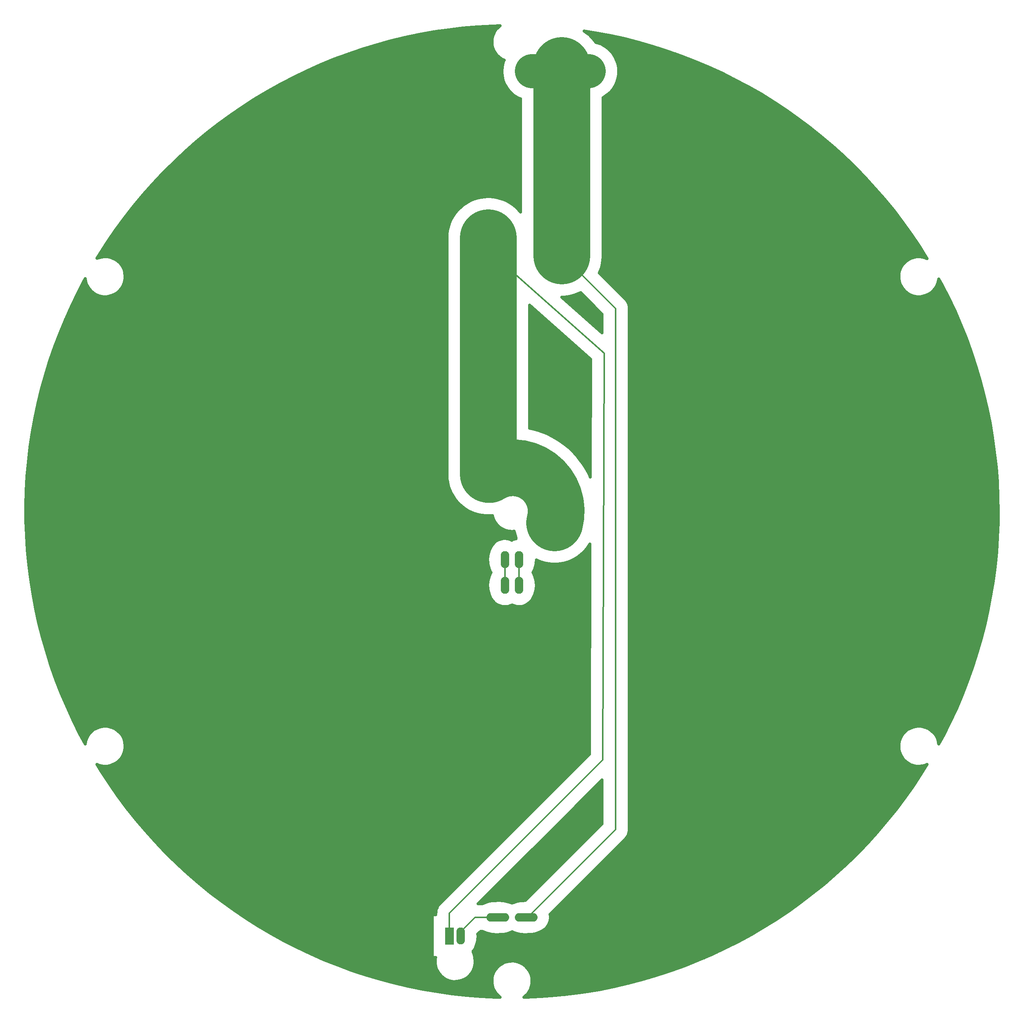
<source format=gbr>
G04 DipTrace 2.3.0.1*
%IN58744_REV1_Bottom.gbr*%
%MOIN*%
%ADD13C,0.013*%
%ADD14C,0.3*%
%ADD15C,0.5*%
%ADD16C,0.025*%
%ADD21O,0.2X0.075*%
%ADD22O,0.075X0.15*%
%ADD24C,0.06*%
%FSLAX44Y44*%
G04*
G70*
G90*
G75*
G01*
%LNBottom*%
%LPD*%
X47869Y42997D2*
D13*
Y40872D1*
X48994Y85997D2*
D14*
X53994D1*
X44369Y72872D2*
D13*
X43619D1*
X45154Y71337D1*
D15*
Y50497D1*
D13*
X45557Y69890D1*
X55370Y61183D1*
X55244Y25372D1*
X41744Y11872D1*
Y10122D1*
X42744D2*
Y10247D1*
X43994Y11497D1*
X45869D1*
X45994Y11622D1*
X46619Y42997D2*
Y40872D1*
X50994Y86497D2*
X51619D1*
D15*
Y69747D1*
D13*
X51744D1*
X56369Y65122D1*
Y19247D1*
X48619Y11497D1*
D24*
X49119Y86372D3*
X48619Y85622D3*
X49994Y86497D3*
X50994D3*
X51994Y86372D3*
X53744Y85747D3*
X52869Y86122D3*
X46619Y49622D3*
X47494D3*
X48244Y49247D3*
X48869Y48622D3*
X49119Y47872D3*
Y46997D3*
X49744Y46497D3*
X42676Y89778D2*
D16*
X45919D1*
X40777Y89530D2*
X45727D1*
X39320Y89281D2*
X45598D1*
X53980D2*
X55157D1*
X38101Y89032D2*
X45512D1*
X54250D2*
X56379D1*
X37039Y88784D2*
X45465D1*
X54469D2*
X57450D1*
X36078Y88535D2*
X45454D1*
X54726D2*
X58426D1*
X35187Y88286D2*
X45481D1*
X55324D2*
X59294D1*
X34379Y88038D2*
X45544D1*
X55687D2*
X60106D1*
X33621Y87789D2*
X45645D1*
X55953D2*
X60879D1*
X32890Y87540D2*
X45797D1*
X56156D2*
X61583D1*
X32226Y87292D2*
X46020D1*
X56316D2*
X62270D1*
X31570Y87043D2*
X46364D1*
X56437D2*
X62911D1*
X30961Y86794D2*
X46458D1*
X56531D2*
X63532D1*
X30363Y86546D2*
X46391D1*
X56597D2*
X64118D1*
X29804Y86297D2*
X46352D1*
X56637D2*
X64688D1*
X29250Y86048D2*
X46337D1*
X56652D2*
X65231D1*
X28734Y85799D2*
X46340D1*
X56648D2*
X65766D1*
X28219Y85551D2*
X46372D1*
X56617D2*
X66266D1*
X27730Y85302D2*
X46426D1*
X56562D2*
X66766D1*
X27254Y85053D2*
X46508D1*
X56480D2*
X67235D1*
X26785Y84805D2*
X46618D1*
X56371D2*
X67700D1*
X26344Y84556D2*
X46762D1*
X56226D2*
X68153D1*
X25898Y84307D2*
X46946D1*
X56043D2*
X68583D1*
X25476Y84059D2*
X47184D1*
X55804D2*
X69016D1*
X25062Y83810D2*
X47501D1*
X55488D2*
X69426D1*
X24652Y83561D2*
X47958D1*
X55281D2*
X69829D1*
X24265Y83313D2*
X47958D1*
X55281D2*
X70231D1*
X23879Y83064D2*
X47958D1*
X55281D2*
X70610D1*
X23496Y82815D2*
X47958D1*
X55281D2*
X70985D1*
X23137Y82567D2*
X47958D1*
X55281D2*
X71360D1*
X22773Y82318D2*
X47958D1*
X55281D2*
X71712D1*
X22418Y82069D2*
X47958D1*
X55281D2*
X72067D1*
X22078Y81820D2*
X47958D1*
X55281D2*
X72419D1*
X21738Y81572D2*
X47958D1*
X55281D2*
X72747D1*
X21402Y81323D2*
X47958D1*
X55281D2*
X73079D1*
X21086Y81074D2*
X47958D1*
X55281D2*
X73411D1*
X20765Y80826D2*
X47958D1*
X55281D2*
X73723D1*
X20449Y80577D2*
X47958D1*
X55281D2*
X74036D1*
X20148Y80328D2*
X47958D1*
X55281D2*
X74344D1*
X19847Y80080D2*
X47958D1*
X55281D2*
X74641D1*
X19551Y79831D2*
X47958D1*
X55281D2*
X74934D1*
X19262Y79582D2*
X47958D1*
X55281D2*
X75227D1*
X18980Y79334D2*
X47958D1*
X55281D2*
X75516D1*
X18699Y79085D2*
X47958D1*
X55281D2*
X75790D1*
X18418Y78836D2*
X47958D1*
X55281D2*
X76063D1*
X18152Y78588D2*
X47958D1*
X55281D2*
X76340D1*
X17890Y78339D2*
X47958D1*
X55281D2*
X76602D1*
X17625Y78090D2*
X47958D1*
X55281D2*
X76860D1*
X17367Y77841D2*
X47958D1*
X55281D2*
X77118D1*
X17121Y77593D2*
X47958D1*
X55281D2*
X77376D1*
X16871Y77344D2*
X47958D1*
X55281D2*
X77618D1*
X16621Y77095D2*
X47958D1*
X55281D2*
X77864D1*
X16383Y76847D2*
X47958D1*
X55281D2*
X78106D1*
X16148Y76598D2*
X47958D1*
X55281D2*
X78344D1*
X15914Y76349D2*
X47958D1*
X55281D2*
X78571D1*
X15683Y76101D2*
X47958D1*
X55281D2*
X78801D1*
X15461Y75852D2*
X47958D1*
X55281D2*
X79032D1*
X15242Y75603D2*
X47958D1*
X55281D2*
X79251D1*
X15019Y75355D2*
X47958D1*
X55281D2*
X79465D1*
X14801Y75106D2*
X47958D1*
X55281D2*
X79680D1*
X14594Y74857D2*
X44223D1*
X46086D2*
X47958D1*
X55281D2*
X79899D1*
X14387Y74609D2*
X43544D1*
X46765D2*
X47958D1*
X55281D2*
X80106D1*
X14179Y74360D2*
X43110D1*
X47199D2*
X47958D1*
X55281D2*
X80305D1*
X13972Y74111D2*
X42782D1*
X47527D2*
X47958D1*
X55281D2*
X80508D1*
X13777Y73862D2*
X42516D1*
X47793D2*
X47958D1*
X55281D2*
X80712D1*
X13586Y73614D2*
X42294D1*
X55281D2*
X80907D1*
X13390Y73365D2*
X42114D1*
X55281D2*
X81098D1*
X13195Y73116D2*
X41958D1*
X55281D2*
X81290D1*
X13012Y72868D2*
X41833D1*
X55281D2*
X81477D1*
X12828Y72619D2*
X41727D1*
X55281D2*
X81665D1*
X12644Y72370D2*
X41645D1*
X55281D2*
X81840D1*
X12465Y72122D2*
X41579D1*
X55281D2*
X82020D1*
X12289Y71873D2*
X41536D1*
X55281D2*
X82200D1*
X12117Y71624D2*
X41504D1*
X55281D2*
X82376D1*
X11945Y71376D2*
X41493D1*
X55281D2*
X82544D1*
X11773Y71127D2*
X41493D1*
X55281D2*
X82712D1*
X11609Y70878D2*
X41493D1*
X55281D2*
X82879D1*
X11449Y70630D2*
X41493D1*
X55281D2*
X83047D1*
X11289Y70381D2*
X41493D1*
X55281D2*
X83204D1*
X11125Y70132D2*
X41493D1*
X55281D2*
X83360D1*
X10969Y69883D2*
X41493D1*
X55281D2*
X83516D1*
X10816Y69635D2*
X11012D1*
X11875D2*
X41493D1*
X55277D2*
X82614D1*
X83476D2*
X83672D1*
X12449Y69386D2*
X41493D1*
X55262D2*
X82040D1*
X12746Y69137D2*
X41493D1*
X55226D2*
X81743D1*
X12941Y68889D2*
X41493D1*
X55176D2*
X81547D1*
X13078Y68640D2*
X41493D1*
X55105D2*
X81411D1*
X13168Y68391D2*
X41493D1*
X55015D2*
X81321D1*
X13219Y68143D2*
X41493D1*
X55070D2*
X81270D1*
X13234Y67894D2*
X41493D1*
X55320D2*
X81254D1*
X13215Y67645D2*
X41493D1*
X55566D2*
X81274D1*
X9535Y67397D2*
X9731D1*
X13156D2*
X41493D1*
X55816D2*
X81333D1*
X84758D2*
X84958D1*
X9402Y67148D2*
X9833D1*
X13058D2*
X41493D1*
X56066D2*
X81430D1*
X84656D2*
X85090D1*
X9273Y66899D2*
X9977D1*
X12910D2*
X41493D1*
X56312D2*
X81579D1*
X84512D2*
X85215D1*
X9144Y66651D2*
X10192D1*
X12699D2*
X41493D1*
X56562D2*
X81790D1*
X84297D2*
X85344D1*
X9015Y66402D2*
X10516D1*
X12375D2*
X41493D1*
X53066D2*
X53368D1*
X56812D2*
X82114D1*
X83972D2*
X85469D1*
X8894Y66153D2*
X11360D1*
X11529D2*
X41493D1*
X52187D2*
X53618D1*
X57058D2*
X82962D1*
X83129D2*
X85594D1*
X8777Y65904D2*
X41493D1*
X51883D2*
X53864D1*
X57304D2*
X85715D1*
X8656Y65656D2*
X41493D1*
X52164D2*
X54114D1*
X57469D2*
X85833D1*
X8535Y65407D2*
X41493D1*
X52441D2*
X54364D1*
X57558D2*
X85950D1*
X8422Y65158D2*
X41493D1*
X48812D2*
X49055D1*
X52722D2*
X54610D1*
X57594D2*
X86067D1*
X8308Y64910D2*
X41493D1*
X48812D2*
X49337D1*
X53004D2*
X54860D1*
X57594D2*
X86184D1*
X8195Y64661D2*
X41493D1*
X48812D2*
X49618D1*
X53285D2*
X55110D1*
X57594D2*
X86294D1*
X8086Y64412D2*
X41493D1*
X48812D2*
X49899D1*
X53562D2*
X55145D1*
X57594D2*
X86403D1*
X7972Y64164D2*
X41493D1*
X48812D2*
X50176D1*
X53844D2*
X55145D1*
X57594D2*
X86508D1*
X7871Y63915D2*
X41493D1*
X48812D2*
X50458D1*
X54125D2*
X55145D1*
X57594D2*
X86618D1*
X7769Y63666D2*
X41493D1*
X48812D2*
X50739D1*
X54406D2*
X55145D1*
X57594D2*
X86723D1*
X7668Y63418D2*
X41493D1*
X48812D2*
X51020D1*
X54683D2*
X55145D1*
X57594D2*
X86825D1*
X7562Y63169D2*
X41493D1*
X48812D2*
X51297D1*
X54965D2*
X55145D1*
X57594D2*
X86922D1*
X7461Y62920D2*
X41493D1*
X48812D2*
X51579D1*
X57594D2*
X87024D1*
X7367Y62672D2*
X41493D1*
X48812D2*
X51860D1*
X57594D2*
X87122D1*
X7273Y62423D2*
X41493D1*
X48812D2*
X52141D1*
X57594D2*
X87219D1*
X7179Y62174D2*
X41493D1*
X48812D2*
X52419D1*
X57594D2*
X87309D1*
X7086Y61925D2*
X41493D1*
X48812D2*
X52700D1*
X57594D2*
X87399D1*
X6996Y61677D2*
X41493D1*
X48812D2*
X52981D1*
X57594D2*
X87489D1*
X6910Y61428D2*
X41493D1*
X48812D2*
X53262D1*
X57594D2*
X87579D1*
X6824Y61179D2*
X41493D1*
X48812D2*
X53540D1*
X57594D2*
X87669D1*
X6738Y60931D2*
X41493D1*
X48812D2*
X53821D1*
X57594D2*
X87751D1*
X6652Y60682D2*
X41493D1*
X48812D2*
X54102D1*
X57594D2*
X87833D1*
X6570Y60433D2*
X41493D1*
X48812D2*
X54141D1*
X57594D2*
X87915D1*
X6496Y60185D2*
X41493D1*
X48812D2*
X54141D1*
X57594D2*
X87997D1*
X6418Y59936D2*
X41493D1*
X48812D2*
X54141D1*
X57594D2*
X88075D1*
X6340Y59687D2*
X41493D1*
X48812D2*
X54141D1*
X57594D2*
X88149D1*
X6262Y59439D2*
X41493D1*
X48812D2*
X54137D1*
X57594D2*
X88223D1*
X6187Y59190D2*
X41493D1*
X48812D2*
X54137D1*
X57594D2*
X88297D1*
X6121Y58941D2*
X41493D1*
X48812D2*
X54137D1*
X57594D2*
X88372D1*
X6051Y58693D2*
X41493D1*
X48812D2*
X54137D1*
X57594D2*
X88442D1*
X5984Y58444D2*
X41493D1*
X48812D2*
X54137D1*
X57594D2*
X88504D1*
X5914Y58195D2*
X41493D1*
X48812D2*
X54133D1*
X57594D2*
X88571D1*
X5847Y57946D2*
X41493D1*
X48812D2*
X54133D1*
X57594D2*
X88637D1*
X5789Y57698D2*
X41493D1*
X48812D2*
X54133D1*
X57594D2*
X88704D1*
X5726Y57449D2*
X41493D1*
X48812D2*
X54133D1*
X57594D2*
X88766D1*
X5664Y57200D2*
X41493D1*
X48812D2*
X54129D1*
X57594D2*
X88825D1*
X5605Y56952D2*
X41493D1*
X48812D2*
X54129D1*
X57594D2*
X88879D1*
X5547Y56703D2*
X41493D1*
X48812D2*
X54129D1*
X57594D2*
X88938D1*
X5492Y56454D2*
X41493D1*
X48812D2*
X54129D1*
X57594D2*
X88997D1*
X5441Y56206D2*
X41493D1*
X48812D2*
X54129D1*
X57594D2*
X89051D1*
X5387Y55957D2*
X41493D1*
X48812D2*
X54126D1*
X57594D2*
X89102D1*
X5336Y55708D2*
X41493D1*
X48812D2*
X54126D1*
X57594D2*
X89153D1*
X5285Y55460D2*
X41493D1*
X48812D2*
X54126D1*
X57594D2*
X89200D1*
X5238Y55211D2*
X41493D1*
X48812D2*
X54126D1*
X57594D2*
X89251D1*
X5195Y54962D2*
X41493D1*
X48812D2*
X54122D1*
X57594D2*
X89297D1*
X5148Y54714D2*
X41493D1*
X48812D2*
X54122D1*
X57594D2*
X89340D1*
X5105Y54465D2*
X41493D1*
X49308D2*
X54122D1*
X57594D2*
X89383D1*
X5058Y54216D2*
X41493D1*
X50058D2*
X54122D1*
X57594D2*
X89426D1*
X5023Y53967D2*
X41493D1*
X50625D2*
X54122D1*
X57594D2*
X89465D1*
X4984Y53719D2*
X41493D1*
X51086D2*
X54118D1*
X57594D2*
X89508D1*
X4949Y53470D2*
X41493D1*
X51484D2*
X54118D1*
X57594D2*
X89544D1*
X4910Y53221D2*
X41493D1*
X51836D2*
X54118D1*
X57594D2*
X89579D1*
X4875Y52973D2*
X41493D1*
X52144D2*
X54118D1*
X57594D2*
X89610D1*
X4844Y52724D2*
X41493D1*
X52422D2*
X54114D1*
X57594D2*
X89645D1*
X4812Y52475D2*
X41493D1*
X52679D2*
X54114D1*
X57594D2*
X89680D1*
X4781Y52227D2*
X41493D1*
X52906D2*
X54114D1*
X57594D2*
X89708D1*
X4754Y51978D2*
X41493D1*
X53121D2*
X54114D1*
X57594D2*
X89735D1*
X4722Y51729D2*
X41493D1*
X53312D2*
X54114D1*
X57594D2*
X89762D1*
X4699Y51481D2*
X41493D1*
X53492D2*
X54110D1*
X57594D2*
X89786D1*
X4676Y51232D2*
X41493D1*
X53652D2*
X54110D1*
X57594D2*
X89813D1*
X4656Y50983D2*
X41493D1*
X53804D2*
X54110D1*
X57594D2*
X89837D1*
X4633Y50735D2*
X41493D1*
X53937D2*
X54110D1*
X57594D2*
X89856D1*
X4613Y50486D2*
X41493D1*
X57594D2*
X89876D1*
X4594Y50237D2*
X41504D1*
X57594D2*
X89891D1*
X4578Y49988D2*
X41532D1*
X57594D2*
X89911D1*
X4566Y49740D2*
X41575D1*
X57594D2*
X89926D1*
X4551Y49491D2*
X41637D1*
X57594D2*
X89938D1*
X4535Y49242D2*
X41719D1*
X57594D2*
X89950D1*
X4523Y48994D2*
X41821D1*
X57594D2*
X89962D1*
X4515Y48745D2*
X41946D1*
X57594D2*
X89973D1*
X4512Y48496D2*
X42094D1*
X57594D2*
X89981D1*
X4504Y48248D2*
X42274D1*
X57594D2*
X89985D1*
X4496Y47999D2*
X42489D1*
X57594D2*
X89989D1*
X4492Y47750D2*
X42747D1*
X57594D2*
X89993D1*
X4492Y47502D2*
X43071D1*
X57594D2*
X89997D1*
X4492Y47253D2*
X43489D1*
X57594D2*
X90001D1*
X4492Y47004D2*
X44122D1*
X57594D2*
X90001D1*
X4492Y46756D2*
X45524D1*
X57594D2*
X89997D1*
X4496Y46507D2*
X45618D1*
X57594D2*
X89993D1*
X4500Y46258D2*
X45758D1*
X57594D2*
X89989D1*
X4508Y46009D2*
X45962D1*
X57594D2*
X89981D1*
X4519Y45761D2*
X46266D1*
X57594D2*
X89969D1*
X4527Y45512D2*
X46895D1*
X57594D2*
X89962D1*
X4535Y45263D2*
X47469D1*
X57594D2*
X89954D1*
X4547Y45015D2*
X47551D1*
X57594D2*
X89942D1*
X4562Y44766D2*
X46063D1*
X47176D2*
X47312D1*
X57594D2*
X89926D1*
X4578Y44517D2*
X45680D1*
X57594D2*
X89911D1*
X4594Y44269D2*
X45454D1*
X57594D2*
X89891D1*
X4613Y44020D2*
X45313D1*
X53890D2*
X54087D1*
X57594D2*
X89876D1*
X4629Y43771D2*
X45208D1*
X53679D2*
X54083D1*
X57594D2*
X89860D1*
X4652Y43523D2*
X45141D1*
X53426D2*
X54083D1*
X57594D2*
X89837D1*
X4676Y43274D2*
X45102D1*
X53109D2*
X54083D1*
X57594D2*
X89813D1*
X4699Y43025D2*
X45087D1*
X52703D2*
X54083D1*
X57594D2*
X89786D1*
X4726Y42777D2*
X45098D1*
X49390D2*
X49887D1*
X52101D2*
X54079D1*
X57594D2*
X89762D1*
X4750Y42528D2*
X45129D1*
X49359D2*
X54079D1*
X57594D2*
X89739D1*
X4781Y42279D2*
X45192D1*
X49297D2*
X54079D1*
X57594D2*
X89712D1*
X4812Y42030D2*
X45286D1*
X49203D2*
X54079D1*
X57594D2*
X89676D1*
X4844Y41782D2*
X45321D1*
X49168D2*
X54079D1*
X57594D2*
X89645D1*
X4875Y41533D2*
X45212D1*
X49277D2*
X54075D1*
X57594D2*
X89614D1*
X4906Y41284D2*
X45145D1*
X49344D2*
X54075D1*
X57594D2*
X89583D1*
X4945Y41036D2*
X45102D1*
X49387D2*
X54075D1*
X57594D2*
X89547D1*
X4984Y40787D2*
X45087D1*
X49402D2*
X54075D1*
X57594D2*
X89508D1*
X5023Y40538D2*
X45098D1*
X49390D2*
X54071D1*
X57594D2*
X89465D1*
X5062Y40290D2*
X45126D1*
X49363D2*
X54071D1*
X57594D2*
X89426D1*
X5101Y40041D2*
X45188D1*
X49301D2*
X54071D1*
X57594D2*
X89387D1*
X5144Y39792D2*
X45278D1*
X49211D2*
X54071D1*
X57594D2*
X89348D1*
X5191Y39544D2*
X45407D1*
X49082D2*
X54071D1*
X57594D2*
X89297D1*
X5238Y39295D2*
X45614D1*
X48875D2*
X54067D1*
X57594D2*
X89251D1*
X5285Y39046D2*
X45919D1*
X48570D2*
X54067D1*
X57594D2*
X89204D1*
X5332Y38798D2*
X54067D1*
X57594D2*
X89157D1*
X5383Y38549D2*
X54067D1*
X57594D2*
X89106D1*
X5437Y38300D2*
X54063D1*
X57594D2*
X89051D1*
X5492Y38051D2*
X54063D1*
X57594D2*
X88997D1*
X5547Y37803D2*
X54063D1*
X57594D2*
X88942D1*
X5601Y37554D2*
X54063D1*
X57594D2*
X88887D1*
X5660Y37305D2*
X54063D1*
X57594D2*
X88829D1*
X5722Y37057D2*
X54059D1*
X57594D2*
X88766D1*
X5785Y36808D2*
X54059D1*
X57594D2*
X88704D1*
X5847Y36559D2*
X54059D1*
X57594D2*
X88641D1*
X5910Y36311D2*
X54059D1*
X57594D2*
X88575D1*
X5976Y36062D2*
X54055D1*
X57594D2*
X88512D1*
X6047Y35813D2*
X54055D1*
X57594D2*
X88442D1*
X6117Y35565D2*
X54055D1*
X57594D2*
X88372D1*
X6187Y35316D2*
X54055D1*
X57594D2*
X88297D1*
X6262Y35067D2*
X54055D1*
X57594D2*
X88227D1*
X6332Y34819D2*
X54051D1*
X57594D2*
X88157D1*
X6414Y34570D2*
X54051D1*
X57594D2*
X88079D1*
X6492Y34321D2*
X54051D1*
X57594D2*
X87997D1*
X6570Y34072D2*
X54051D1*
X57594D2*
X87919D1*
X6648Y33824D2*
X54047D1*
X57594D2*
X87837D1*
X6730Y33575D2*
X54047D1*
X57594D2*
X87758D1*
X6820Y33326D2*
X54047D1*
X57594D2*
X87669D1*
X6906Y33078D2*
X54047D1*
X57594D2*
X87583D1*
X6996Y32829D2*
X54047D1*
X57594D2*
X87493D1*
X7082Y32580D2*
X54044D1*
X57594D2*
X87407D1*
X7172Y32332D2*
X54044D1*
X57594D2*
X87317D1*
X7269Y32083D2*
X54044D1*
X57594D2*
X87219D1*
X7367Y31834D2*
X54044D1*
X57594D2*
X87122D1*
X7461Y31586D2*
X54040D1*
X57594D2*
X87028D1*
X7558Y31337D2*
X54040D1*
X57594D2*
X86930D1*
X7660Y31088D2*
X54040D1*
X57594D2*
X86833D1*
X7762Y30840D2*
X54040D1*
X57594D2*
X86727D1*
X7867Y30591D2*
X54040D1*
X57594D2*
X86622D1*
X7972Y30342D2*
X54036D1*
X57594D2*
X86516D1*
X8078Y30093D2*
X54036D1*
X57594D2*
X86411D1*
X8191Y29845D2*
X54036D1*
X57594D2*
X86301D1*
X8304Y29596D2*
X54036D1*
X57594D2*
X86188D1*
X8418Y29347D2*
X54032D1*
X57594D2*
X86071D1*
X8531Y29099D2*
X54032D1*
X57594D2*
X85958D1*
X8644Y28850D2*
X54032D1*
X57594D2*
X85840D1*
X8769Y28601D2*
X54032D1*
X57594D2*
X85723D1*
X8890Y28353D2*
X54032D1*
X57594D2*
X85598D1*
X9015Y28104D2*
X10536D1*
X12355D2*
X54028D1*
X57594D2*
X82133D1*
X83953D2*
X85473D1*
X9137Y27855D2*
X10204D1*
X12687D2*
X54028D1*
X57594D2*
X81801D1*
X84285D2*
X85348D1*
X9262Y27607D2*
X9985D1*
X12902D2*
X54028D1*
X57594D2*
X81587D1*
X84504D2*
X85227D1*
X9394Y27358D2*
X9837D1*
X13051D2*
X54028D1*
X57594D2*
X81438D1*
X84652D2*
X85094D1*
X9527Y27109D2*
X9735D1*
X13152D2*
X54024D1*
X57594D2*
X81337D1*
X84754D2*
X84962D1*
X13211Y26861D2*
X54024D1*
X57594D2*
X81278D1*
X13234Y26612D2*
X54024D1*
X57594D2*
X81254D1*
X13222Y26363D2*
X54024D1*
X57594D2*
X81266D1*
X13172Y26114D2*
X54024D1*
X57594D2*
X81317D1*
X13086Y25866D2*
X54016D1*
X57594D2*
X81403D1*
X12949Y25617D2*
X53766D1*
X57594D2*
X81540D1*
X12754Y25368D2*
X53520D1*
X57594D2*
X81735D1*
X12465Y25120D2*
X53270D1*
X57594D2*
X82024D1*
X10812Y24871D2*
X10969D1*
X11922D2*
X53020D1*
X57594D2*
X82567D1*
X83519D2*
X83680D1*
X10965Y24622D2*
X52774D1*
X57594D2*
X83524D1*
X11117Y24374D2*
X52524D1*
X57594D2*
X83372D1*
X11277Y24125D2*
X52274D1*
X57594D2*
X83215D1*
X11441Y23876D2*
X52028D1*
X57594D2*
X83047D1*
X11605Y23628D2*
X51778D1*
X57594D2*
X82883D1*
X11765Y23379D2*
X51528D1*
X54972D2*
X55145D1*
X57594D2*
X82719D1*
X11933Y23130D2*
X51282D1*
X54722D2*
X55145D1*
X57594D2*
X82555D1*
X12109Y22882D2*
X51032D1*
X54476D2*
X55145D1*
X57594D2*
X82379D1*
X12285Y22633D2*
X50782D1*
X54226D2*
X55145D1*
X57594D2*
X82204D1*
X12457Y22384D2*
X50536D1*
X53976D2*
X55145D1*
X57594D2*
X82028D1*
X12633Y22135D2*
X50286D1*
X53730D2*
X55145D1*
X57594D2*
X81852D1*
X12820Y21887D2*
X50036D1*
X53480D2*
X55145D1*
X57594D2*
X81672D1*
X13004Y21638D2*
X49790D1*
X53230D2*
X55145D1*
X57594D2*
X81485D1*
X13191Y21389D2*
X49540D1*
X52984D2*
X55145D1*
X57594D2*
X81297D1*
X13375Y21141D2*
X49290D1*
X52734D2*
X55145D1*
X57594D2*
X81110D1*
X13574Y20892D2*
X49044D1*
X52484D2*
X55145D1*
X57594D2*
X80919D1*
X13769Y20643D2*
X48794D1*
X52238D2*
X55145D1*
X57594D2*
X80719D1*
X13969Y20395D2*
X48544D1*
X51988D2*
X55145D1*
X57594D2*
X80520D1*
X14168Y20146D2*
X48297D1*
X51738D2*
X55145D1*
X57594D2*
X80321D1*
X14375Y19897D2*
X48047D1*
X51492D2*
X55145D1*
X57594D2*
X80114D1*
X14586Y19649D2*
X47797D1*
X51242D2*
X55047D1*
X57594D2*
X79903D1*
X14797Y19400D2*
X47551D1*
X50996D2*
X54801D1*
X57594D2*
X79692D1*
X15008Y19151D2*
X47301D1*
X50746D2*
X54551D1*
X57590D2*
X79477D1*
X15230Y18903D2*
X47051D1*
X50496D2*
X54301D1*
X57543D2*
X79262D1*
X15453Y18654D2*
X46805D1*
X50250D2*
X54055D1*
X57437D2*
X79036D1*
X15676Y18405D2*
X46555D1*
X50000D2*
X53805D1*
X57250D2*
X78809D1*
X15902Y18156D2*
X46305D1*
X49750D2*
X53555D1*
X57000D2*
X78587D1*
X16137Y17908D2*
X46059D1*
X49504D2*
X53309D1*
X56754D2*
X78352D1*
X16375Y17659D2*
X45809D1*
X49254D2*
X53059D1*
X56504D2*
X78114D1*
X16613Y17410D2*
X45559D1*
X49004D2*
X52809D1*
X56254D2*
X77876D1*
X16855Y17162D2*
X45313D1*
X48758D2*
X52563D1*
X56008D2*
X77633D1*
X17105Y16913D2*
X45063D1*
X48508D2*
X52313D1*
X55758D2*
X77383D1*
X17359Y16664D2*
X44813D1*
X48258D2*
X52063D1*
X55508D2*
X77129D1*
X17613Y16416D2*
X44567D1*
X48012D2*
X51817D1*
X55262D2*
X76876D1*
X17875Y16167D2*
X44317D1*
X47762D2*
X51567D1*
X55012D2*
X76618D1*
X18140Y15918D2*
X44067D1*
X47512D2*
X51317D1*
X54762D2*
X76348D1*
X18410Y15670D2*
X43821D1*
X47265D2*
X51071D1*
X54515D2*
X76079D1*
X18679Y15421D2*
X43571D1*
X47015D2*
X50821D1*
X54265D2*
X75805D1*
X18965Y15172D2*
X43321D1*
X46765D2*
X50571D1*
X54015D2*
X75528D1*
X19250Y14924D2*
X43075D1*
X46519D2*
X50325D1*
X53769D2*
X75239D1*
X19535Y14675D2*
X42825D1*
X46269D2*
X50075D1*
X53519D2*
X74950D1*
X19832Y14426D2*
X42575D1*
X46019D2*
X49825D1*
X53269D2*
X74661D1*
X20137Y14177D2*
X42329D1*
X45773D2*
X49579D1*
X53023D2*
X74356D1*
X20437Y13929D2*
X42079D1*
X45523D2*
X49329D1*
X52773D2*
X74047D1*
X20746Y13680D2*
X41829D1*
X45273D2*
X49079D1*
X52523D2*
X73743D1*
X21070Y13431D2*
X41583D1*
X45027D2*
X48833D1*
X52277D2*
X73419D1*
X21394Y13183D2*
X41333D1*
X44777D2*
X48583D1*
X52027D2*
X73094D1*
X21719Y12934D2*
X41083D1*
X44527D2*
X45266D1*
X46722D2*
X47766D1*
X51777D2*
X72766D1*
X22062Y12685D2*
X40837D1*
X51531D2*
X72430D1*
X22406Y12437D2*
X40661D1*
X51281D2*
X72083D1*
X22750Y12188D2*
X40563D1*
X51031D2*
X71735D1*
X23117Y11939D2*
X40520D1*
X50785D2*
X71372D1*
X23484Y11691D2*
X40208D1*
X50637D2*
X71001D1*
X23855Y11442D2*
X40208D1*
X50652D2*
X70633D1*
X24246Y11193D2*
X40208D1*
X50613D2*
X70243D1*
X24640Y10944D2*
X40208D1*
X50519D2*
X69848D1*
X25039Y10696D2*
X40208D1*
X50375D2*
X69450D1*
X25461Y10447D2*
X40208D1*
X50117D2*
X69028D1*
X25883Y10198D2*
X40208D1*
X44418D2*
X44805D1*
X47183D2*
X47301D1*
X49683D2*
X68606D1*
X26320Y9950D2*
X40208D1*
X44277D2*
X68172D1*
X26769Y9701D2*
X40208D1*
X44269D2*
X67719D1*
X27222Y9452D2*
X40208D1*
X44246D2*
X67262D1*
X27711Y9204D2*
X40208D1*
X44187D2*
X66782D1*
X28195Y8955D2*
X40208D1*
X44101D2*
X66290D1*
X28707Y8706D2*
X40208D1*
X43976D2*
X65786D1*
X29230Y8458D2*
X40208D1*
X43824D2*
X65254D1*
X29773Y8209D2*
X40208D1*
X43933D2*
X64719D1*
X30344Y7960D2*
X40489D1*
X44000D2*
X64145D1*
X30929Y7712D2*
X40458D1*
X44031D2*
X63563D1*
X31547Y7463D2*
X40462D1*
X44027D2*
X46387D1*
X48101D2*
X62938D1*
X32191Y7214D2*
X40501D1*
X43988D2*
X46032D1*
X48457D2*
X62305D1*
X32867Y6965D2*
X40583D1*
X43906D2*
X45805D1*
X48683D2*
X61618D1*
X33586Y6717D2*
X40704D1*
X43785D2*
X45653D1*
X48836D2*
X60907D1*
X34336Y6468D2*
X40883D1*
X43605D2*
X45547D1*
X48941D2*
X60149D1*
X35160Y6219D2*
X41149D1*
X43340D2*
X45481D1*
X49008D2*
X59329D1*
X36035Y5971D2*
X41598D1*
X42890D2*
X45454D1*
X49035D2*
X58458D1*
X36980Y5722D2*
X45465D1*
X49023D2*
X57508D1*
X38043Y5473D2*
X45508D1*
X48980D2*
X56438D1*
X39254Y5225D2*
X45590D1*
X48898D2*
X55227D1*
X40679Y4976D2*
X45719D1*
X48769D2*
X53797D1*
X42582Y4727D2*
X45907D1*
X48582D2*
X51911D1*
X46548Y86966D2*
X46316Y87086D1*
X46113Y87232D1*
X45933Y87405D1*
X45780Y87602D1*
X45655Y87819D1*
X45563Y88051D1*
X45504Y88294D1*
X45480Y88542D1*
X45491Y88792D1*
X45538Y89037D1*
X45618Y89274D1*
X45731Y89496D1*
X45875Y89701D1*
X46046Y89883D1*
X46206Y90013D1*
X45538Y89995D1*
X44239Y89923D1*
X42944Y89812D1*
X41653Y89662D1*
X40366Y89473D1*
X39086Y89244D1*
X37814Y88977D1*
X36550Y88671D1*
X35297Y88327D1*
X34054Y87945D1*
X32823Y87525D1*
X31606Y87069D1*
X30403Y86575D1*
X29216Y86045D1*
X28045Y85479D1*
X26892Y84878D1*
X25758Y84242D1*
X24644Y83573D1*
X23551Y82869D1*
X22479Y82133D1*
X21431Y81364D1*
X20406Y80564D1*
X19406Y79733D1*
X18432Y78872D1*
X17484Y77982D1*
X16564Y77063D1*
X15672Y76117D1*
X14809Y75144D1*
X13976Y74146D1*
X13174Y73123D1*
X12404Y72075D1*
X11666Y71005D1*
X10960Y69913D1*
X10728Y69529D1*
X10887Y69592D1*
X11129Y69654D1*
X11377Y69681D1*
X11627Y69673D1*
X11873Y69629D1*
X12110Y69552D1*
X12334Y69441D1*
X12540Y69300D1*
X12725Y69132D1*
X12883Y68939D1*
X13013Y68726D1*
X13112Y68496D1*
X13177Y68255D1*
X13207Y68007D1*
X13205Y67792D1*
X13170Y67545D1*
X13100Y67305D1*
X12997Y67077D1*
X12863Y66867D1*
X12700Y66677D1*
X12513Y66512D1*
X12304Y66375D1*
X12077Y66270D1*
X11838Y66197D1*
X11592Y66158D1*
X11342Y66155D1*
X11094Y66187D1*
X10853Y66254D1*
X10625Y66354D1*
X10412Y66485D1*
X10220Y66645D1*
X10053Y66831D1*
X9914Y67038D1*
X9805Y67263D1*
X9729Y67501D1*
X9689Y67736D1*
X9534Y67446D1*
X9047Y66515D1*
X8479Y65346D1*
X7947Y64160D1*
X7451Y62958D1*
X6992Y61741D1*
X6570Y60511D1*
X6186Y59269D1*
X5840Y58016D1*
X5532Y56753D1*
X5262Y55481D1*
X5031Y54202D1*
X4840Y52916D1*
X4687Y51625D1*
X4573Y50329D1*
X4499Y49031D1*
X4465Y47732D1*
X4470Y46431D1*
X4515Y45132D1*
X4599Y43835D1*
X4722Y42540D1*
X4885Y41250D1*
X5086Y39966D1*
X5327Y38688D1*
X5607Y37419D1*
X5924Y36158D1*
X6280Y34907D1*
X6674Y33668D1*
X7106Y32442D1*
X7574Y31229D1*
X8079Y30031D1*
X8620Y28849D1*
X9197Y27684D1*
X9688Y26763D1*
X9738Y27027D1*
X9818Y27264D1*
X9931Y27486D1*
X10075Y27691D1*
X10246Y27873D1*
X10441Y28029D1*
X10656Y28156D1*
X10887Y28252D1*
X11129Y28314D1*
X11377Y28341D1*
X11627Y28333D1*
X11873Y28289D1*
X12110Y28212D1*
X12334Y28101D1*
X12540Y27960D1*
X12725Y27792D1*
X12883Y27599D1*
X13013Y27386D1*
X13112Y27156D1*
X13177Y26915D1*
X13207Y26667D1*
X13205Y26452D1*
X13170Y26205D1*
X13100Y25965D1*
X12997Y25737D1*
X12863Y25527D1*
X12700Y25337D1*
X12513Y25172D1*
X12304Y25035D1*
X12077Y24930D1*
X11838Y24857D1*
X11592Y24818D1*
X11342Y24815D1*
X11094Y24847D1*
X10853Y24914D1*
X10727Y24965D1*
X11137Y24301D1*
X11850Y23214D1*
X12597Y22150D1*
X13376Y21109D1*
X14186Y20091D1*
X15026Y19099D1*
X15896Y18133D1*
X16795Y17194D1*
X17723Y16283D1*
X18677Y15400D1*
X19658Y14547D1*
X20665Y13724D1*
X21695Y12931D1*
X22750Y12171D1*
X23827Y11443D1*
X24926Y10748D1*
X26045Y10086D1*
X27184Y9459D1*
X28342Y8867D1*
X29517Y8311D1*
X30708Y7790D1*
X31915Y7306D1*
X33135Y6858D1*
X34369Y6448D1*
X35615Y6076D1*
X36871Y5742D1*
X38137Y5446D1*
X39412Y5188D1*
X40693Y4970D1*
X41981Y4790D1*
X43274Y4650D1*
X44570Y4549D1*
X45869Y4487D1*
X46201Y4482D1*
X46020Y4635D1*
X45853Y4821D1*
X45714Y5028D1*
X45605Y5253D1*
X45529Y5491D1*
X45488Y5737D1*
X45481Y5987D1*
X45510Y6235D1*
X45574Y6477D1*
X45671Y6707D1*
X45800Y6921D1*
X45957Y7115D1*
X46141Y7284D1*
X46346Y7426D1*
X46570Y7538D1*
X46807Y7617D1*
X47052Y7662D1*
X47302Y7671D1*
X47550Y7645D1*
X47793Y7585D1*
X48024Y7491D1*
X48240Y7365D1*
X48436Y7209D1*
X48608Y7028D1*
X48752Y6825D1*
X48867Y6603D1*
X48948Y6367D1*
X48996Y6121D1*
X49009Y5907D1*
X48992Y5658D1*
X48939Y5414D1*
X48852Y5179D1*
X48734Y4960D1*
X48585Y4759D1*
X48409Y4581D1*
X48284Y4482D1*
X48469D1*
X49768Y4539D1*
X51064Y4636D1*
X52357Y4772D1*
X53646Y4947D1*
X54928Y5161D1*
X56203Y5414D1*
X57470Y5705D1*
X58728Y6035D1*
X59975Y6403D1*
X61210Y6809D1*
X62433Y7252D1*
X63641Y7732D1*
X64834Y8248D1*
X66011Y8801D1*
X67171Y9389D1*
X68312Y10012D1*
X69433Y10669D1*
X70535Y11360D1*
X71614Y12084D1*
X72672Y12841D1*
X73705Y13630D1*
X74715Y14449D1*
X75699Y15299D1*
X76656Y16179D1*
X77587Y17087D1*
X78489Y18023D1*
X79363Y18986D1*
X80207Y19975D1*
X81020Y20989D1*
X81803Y22027D1*
X82553Y23089D1*
X83271Y24173D1*
X83762Y24967D1*
X83559Y24889D1*
X83316Y24833D1*
X83067Y24812D1*
X82817Y24827D1*
X82573Y24876D1*
X82337Y24960D1*
X82116Y25076D1*
X81913Y25222D1*
X81733Y25395D1*
X81580Y25592D1*
X81455Y25809D1*
X81363Y26041D1*
X81304Y26284D1*
X81280Y26532D1*
X81291Y26782D1*
X81338Y27027D1*
X81418Y27264D1*
X81531Y27486D1*
X81675Y27691D1*
X81846Y27873D1*
X82041Y28029D1*
X82256Y28156D1*
X82487Y28252D1*
X82729Y28314D1*
X82977Y28341D1*
X83227Y28333D1*
X83473Y28289D1*
X83710Y28212D1*
X83934Y28101D1*
X84140Y27960D1*
X84325Y27792D1*
X84483Y27599D1*
X84613Y27386D1*
X84712Y27156D1*
X84777Y26915D1*
X84799Y26764D1*
X85222Y27549D1*
X85803Y28712D1*
X86348Y29892D1*
X86858Y31089D1*
X87330Y32300D1*
X87766Y33525D1*
X88164Y34763D1*
X88525Y36012D1*
X88847Y37271D1*
X89131Y38540D1*
X89376Y39817D1*
X89583Y41101D1*
X89750Y42390D1*
X89878Y43684D1*
X89966Y44981D1*
X90015Y46281D1*
X90026Y47244D1*
X90007Y48545D1*
X89948Y49844D1*
X89849Y51140D1*
X89711Y52433D1*
X89534Y53721D1*
X89317Y55003D1*
X89062Y56278D1*
X88769Y57545D1*
X88436Y58802D1*
X88066Y60048D1*
X87659Y61283D1*
X87213Y62504D1*
X86731Y63712D1*
X86213Y64904D1*
X85658Y66080D1*
X85068Y67239D1*
X84800Y67728D1*
X84770Y67545D1*
X84700Y67305D1*
X84597Y67077D1*
X84463Y66867D1*
X84300Y66677D1*
X84113Y66512D1*
X83904Y66375D1*
X83677Y66270D1*
X83438Y66197D1*
X83192Y66158D1*
X82942Y66155D1*
X82694Y66187D1*
X82453Y66254D1*
X82225Y66354D1*
X82012Y66485D1*
X81820Y66645D1*
X81653Y66831D1*
X81514Y67038D1*
X81405Y67263D1*
X81329Y67501D1*
X81288Y67747D1*
X81281Y67997D1*
X81310Y68245D1*
X81374Y68487D1*
X81471Y68717D1*
X81600Y68931D1*
X81757Y69125D1*
X81941Y69294D1*
X82146Y69436D1*
X82370Y69548D1*
X82607Y69627D1*
X82852Y69672D1*
X83102Y69681D1*
X83350Y69655D1*
X83593Y69595D1*
X83771Y69525D1*
X83089Y70606D1*
X82363Y71681D1*
X81606Y72734D1*
X80816Y73766D1*
X79995Y74774D1*
X79143Y75756D1*
X78262Y76713D1*
X77352Y77641D1*
X76415Y78542D1*
X75450Y79414D1*
X74460Y80257D1*
X73444Y81068D1*
X72404Y81849D1*
X71341Y82597D1*
X70256Y83313D1*
X69150Y83996D1*
X68023Y84644D1*
X66877Y85259D1*
X65713Y85838D1*
X64532Y86381D1*
X63334Y86888D1*
X62122Y87359D1*
X60897Y87792D1*
X59658Y88188D1*
X58409Y88547D1*
X57148Y88867D1*
X55879Y89149D1*
X54602Y89392D1*
X53587Y89553D1*
X53861Y89359D1*
X54052Y89198D1*
X54232Y89024D1*
X54399Y88839D1*
X54615Y88556D1*
X54853Y88488D1*
X55085Y88396D1*
X55308Y88281D1*
X55518Y88147D1*
X55715Y87993D1*
X55896Y87821D1*
X56061Y87632D1*
X56206Y87429D1*
X56332Y87213D1*
X56437Y86986D1*
X56519Y86750D1*
X56579Y86508D1*
X56616Y86261D1*
X56629Y86011D1*
X56619Y85761D1*
X56585Y85514D1*
X56527Y85271D1*
X56447Y85034D1*
X56345Y84806D1*
X56221Y84589D1*
X56078Y84384D1*
X55916Y84194D1*
X55736Y84020D1*
X55541Y83864D1*
X55332Y83727D1*
X55254Y83683D1*
X55252Y69622D1*
X55235Y69373D1*
X55201Y69125D1*
X55150Y68881D1*
X55082Y68640D1*
X54997Y68405D1*
X54935Y68257D1*
X56040Y67148D1*
X57301Y65878D1*
X57375Y65777D1*
X57438Y65669D1*
X57489Y65555D1*
X57528Y65436D1*
X57554Y65314D1*
X57569Y65122D1*
Y19247D1*
X57563Y19122D1*
X57543Y18999D1*
X57511Y18878D1*
X57467Y18761D1*
X57410Y18650D1*
X57342Y18545D1*
X57218Y18399D1*
X50597Y11778D1*
X50626Y11590D1*
X50627Y11423D1*
X50604Y11257D1*
X50556Y11096D1*
X50456Y10864D1*
X50368Y10721D1*
X50261Y10592D1*
X50149Y10490D1*
X49878Y10298D1*
X49702Y10214D1*
X49359Y10093D1*
X49016Y10026D1*
X48746Y10000D1*
X48427Y9989D1*
X47990Y10023D1*
X47569Y10110D1*
X47247Y10230D1*
X46858Y10093D1*
X46516Y10026D1*
X46246Y10000D1*
X45927Y9989D1*
X45490Y10023D1*
X45069Y10110D1*
X44787Y10214D1*
X44641Y10281D1*
X44489Y10295D1*
X44243Y10049D1*
X44254Y9848D1*
X44232Y9551D1*
X44201Y9360D1*
X44110Y9032D1*
X43980Y8758D1*
X43919Y8650D1*
X43829Y8530D1*
X43813Y8431D1*
X43912Y8201D1*
X43977Y7960D1*
X44007Y7712D1*
X44005Y7497D1*
X43970Y7250D1*
X43900Y7010D1*
X43797Y6782D1*
X43663Y6572D1*
X43500Y6382D1*
X43313Y6217D1*
X43104Y6080D1*
X42877Y5975D1*
X42638Y5902D1*
X42392Y5863D1*
X42142Y5860D1*
X41894Y5892D1*
X41653Y5959D1*
X41425Y6059D1*
X41212Y6190D1*
X41020Y6350D1*
X40853Y6536D1*
X40714Y6743D1*
X40605Y6968D1*
X40529Y7206D1*
X40488Y7452D1*
X40481Y7702D1*
X40510Y7950D1*
X40518Y7985D1*
X40234Y7987D1*
Y11757D1*
X40543D1*
X40551Y11997D1*
X40570Y12120D1*
X40602Y12241D1*
X40647Y12358D1*
X40703Y12469D1*
X40771Y12574D1*
X40896Y12721D1*
X54046Y25876D1*
X54111Y44380D1*
X53976Y44167D1*
X53826Y43967D1*
X53662Y43778D1*
X53486Y43601D1*
X53299Y43436D1*
X53100Y43284D1*
X52891Y43146D1*
X52674Y43023D1*
X52448Y42915D1*
X52216Y42823D1*
X51978Y42748D1*
X51735Y42688D1*
X51488Y42646D1*
X51240Y42620D1*
X50990Y42612D1*
X50740Y42621D1*
X50492Y42647D1*
X50245Y42690D1*
X50003Y42750D1*
X49765Y42826D1*
X49533Y42919D1*
X49381Y42990D1*
X49357Y42676D1*
X49326Y42485D1*
X49235Y42157D1*
X49103Y41879D1*
X49160Y41751D1*
X49237Y41582D1*
X49326Y41259D1*
X49357Y41068D1*
X49378Y40708D1*
X49357Y40426D1*
X49326Y40235D1*
X49235Y39907D1*
X49105Y39633D1*
X49044Y39525D1*
X48971Y39425D1*
X48795Y39239D1*
X48644Y39110D1*
X48473Y39009D1*
X48328Y38952D1*
X48134Y38893D1*
X47974Y38867D1*
X47812Y38864D1*
X47652Y38883D1*
X47449Y38940D1*
X47251Y39016D1*
X47154Y38979D1*
X46884Y38893D1*
X46724Y38867D1*
X46562Y38864D1*
X46402Y38883D1*
X46199Y38940D1*
X46010Y39012D1*
X45870Y39092D1*
X45742Y39192D1*
X45522Y39419D1*
X45409Y39586D1*
X45301Y39799D1*
X45252Y39912D1*
X45163Y40235D1*
X45131Y40426D1*
X45110Y40786D1*
X45131Y41068D1*
X45163Y41259D1*
X45254Y41587D1*
X45386Y41865D1*
X45328Y41993D1*
X45252Y42162D1*
X45163Y42485D1*
X45131Y42676D1*
X45110Y43036D1*
X45131Y43318D1*
X45163Y43509D1*
X45254Y43837D1*
X45384Y44111D1*
X45445Y44219D1*
X45517Y44319D1*
X45693Y44505D1*
X45844Y44634D1*
X46016Y44735D1*
X46161Y44792D1*
X46355Y44851D1*
X46514Y44877D1*
X46676Y44881D1*
X46837Y44861D1*
X47039Y44805D1*
X47238Y44728D1*
X47334Y44765D1*
X47607Y44851D1*
X47575Y44843D1*
X47600Y44946D1*
X47519Y45182D1*
X47438Y45496D1*
X47267Y45482D1*
X47017Y45497D1*
X46773Y45546D1*
X46537Y45630D1*
X46316Y45746D1*
X46113Y45892D1*
X45933Y46065D1*
X45780Y46262D1*
X45655Y46479D1*
X45563Y46711D1*
X45520Y46873D1*
X45217Y46863D1*
X44864Y46874D1*
X44616Y46902D1*
X44370Y46948D1*
X44128Y47010D1*
X43891Y47089D1*
X43660Y47184D1*
X43435Y47294D1*
X43219Y47420D1*
X43013Y47560D1*
X42816Y47714D1*
X42630Y47881D1*
X42456Y48061D1*
X42295Y48252D1*
X42148Y48454D1*
X42014Y48665D1*
X41896Y48885D1*
X41793Y49113D1*
X41706Y49347D1*
X41635Y49587D1*
X41581Y49831D1*
X41543Y50078D1*
X41523Y50327D1*
X41519Y51122D1*
X41521Y71462D1*
X41538Y71712D1*
X41573Y71959D1*
X41624Y72204D1*
X41692Y72444D1*
X41776Y72680D1*
X41876Y72909D1*
X41992Y73130D1*
X42123Y73343D1*
X42268Y73547D1*
X42426Y73740D1*
X42598Y73922D1*
X42782Y74091D1*
X42977Y74248D1*
X43182Y74391D1*
X43396Y74519D1*
X43619Y74632D1*
X43849Y74730D1*
X44085Y74812D1*
X44327Y74877D1*
X44572Y74925D1*
X44820Y74957D1*
X45069Y74971D1*
X45319Y74969D1*
X45568Y74949D1*
X45816Y74912D1*
X46060Y74858D1*
X46299Y74787D1*
X46534Y74700D1*
X46762Y74597D1*
X46982Y74479D1*
X47194Y74346D1*
X47395Y74199D1*
X47587Y74038D1*
X47767Y73865D1*
X47986Y73616D1*
X47984Y76872D1*
Y83563D1*
X47791Y83653D1*
X47574Y83778D1*
X47370Y83922D1*
X47181Y84085D1*
X47008Y84266D1*
X46853Y84462D1*
X46717Y84671D1*
X46602Y84893D1*
X46508Y85125D1*
X46436Y85364D1*
X46388Y85609D1*
X46363Y85858D1*
X46362Y86108D1*
X46384Y86357D1*
X46430Y86603D1*
X46499Y86843D1*
X46543Y86964D1*
X48785Y54584D2*
X49140Y54505D1*
X49599Y54374D1*
X50045Y54212D1*
X50315Y54100D1*
X50816Y53857D1*
X51228Y53621D1*
X51623Y53358D1*
X51858Y53184D1*
X52287Y52829D1*
X52630Y52501D1*
X52951Y52151D1*
X53138Y51927D1*
X53469Y51479D1*
X53725Y51079D1*
X53953Y50663D1*
X54080Y50400D1*
X54132Y50282D1*
X54168Y60646D1*
X48791Y65416D1*
X48789Y62712D1*
Y54583D1*
X49140Y54505D1*
X47404Y12824D2*
X47629Y12901D1*
X47972Y12969D1*
X48243Y12994D1*
X48431Y13005D1*
X55169Y19747D1*
Y23603D1*
X51585Y20016D1*
X44268Y12699D1*
X44615D1*
X44787Y12780D1*
X45129Y12901D1*
X45472Y12969D1*
X45743Y12994D1*
X46062Y13005D1*
X46499Y12972D1*
X46920Y12884D1*
X47242Y12764D1*
X47404Y12824D1*
X51621Y66113D2*
X55169Y62966D1*
X55167Y64627D1*
X53281Y66514D1*
X53040Y66401D1*
X52807Y66312D1*
X52568Y66238D1*
X52325Y66181D1*
X52078Y66141D1*
X51829Y66118D1*
X51622Y66113D1*
X45244Y50497D2*
D15*
G02X50994Y46247I2062J-3225D01*
G01*
D21*
X48494Y11497D3*
X45994D3*
D22*
X42744Y9872D3*
G36*
X41369Y10622D2*
X42119D1*
Y9122D1*
X41369D1*
Y10622D1*
G37*
D22*
X47869Y42997D3*
X46619D3*
X47869Y40747D3*
X46619D3*
M02*

</source>
